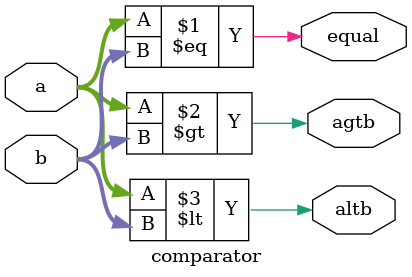
<source format=sv>
module comparator #(parameter N=3)
						(input logic[N:0] a, b,
						output logic equal, agtb, altb);

assign equal = a == b;
assign agtb = a > b;
assign altb = a < b;
						
endmodule


</source>
